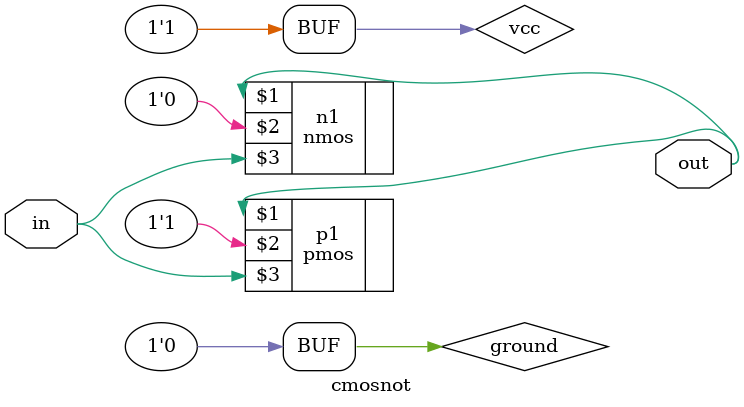
<source format=v>
module cmosnot(in,out);
input in;
output out;
supply1 vcc;
supply0 ground;

nmos n1(out,ground,in);
pmos p1(out,vcc,in);

endmodule

</source>
